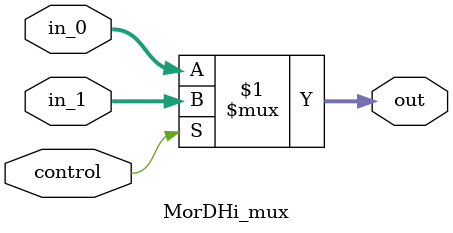
<source format=v>
module MorDHi_mux (
    input wire control,
    input wire [31:0] in_0, // Mult - 0
    input wire [31:0] in_1, // Div - 1

    output wire[31:0] out
);
    assign out = control ? in_1 : in_0;
endmodule

</source>
